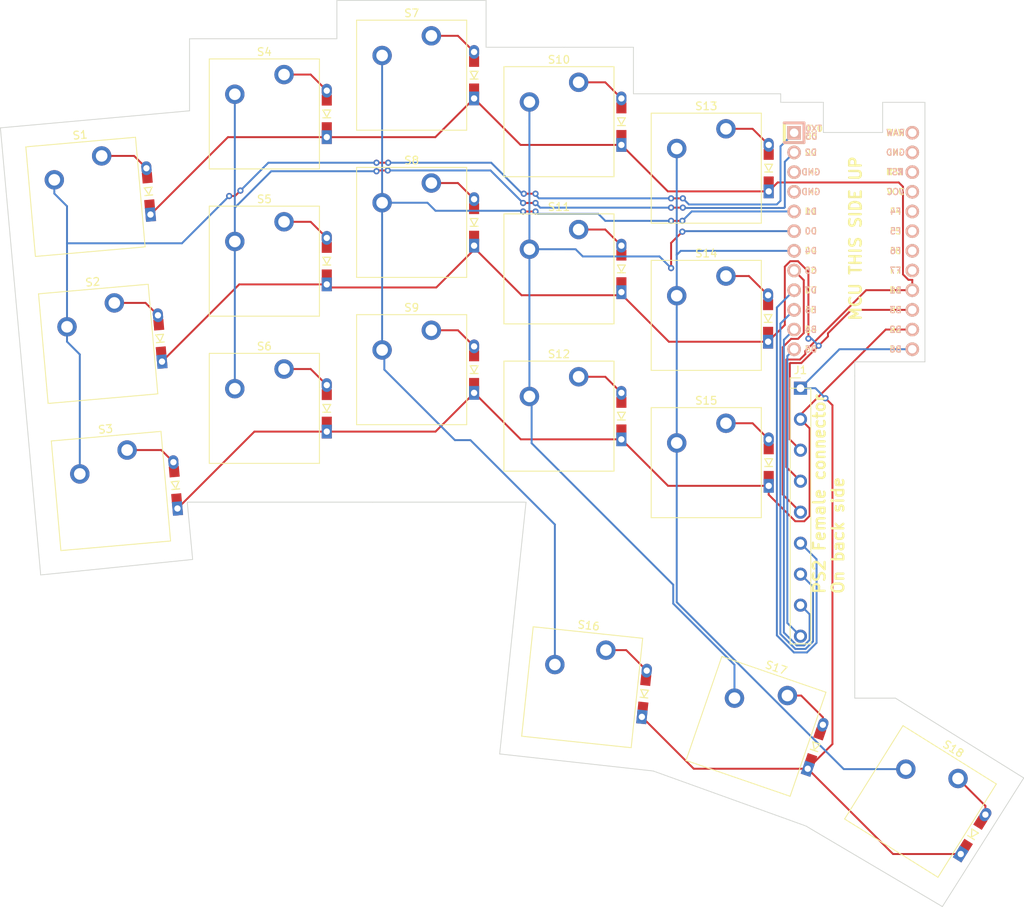
<source format=kicad_pcb>
(kicad_pcb (version 20221018) (generator pcbnew)
  (layers (0 "F.Cu" signal) (31 "B.Cu" signal) (34 "B.Paste" user) (35 "F.Paste" user) (36 "B.SilkS" user "B.Silkscreen") (37 "F.SilkS" user "F.Silkscreen") (38 "B.Mask" user) (39 "F.Mask" user) (44 "Edge.Cuts" user))
  (net 0 "")
  (net 1 "R4")
  (net 2 "Net-(D1-A)")
  (net 3 "Net-(D2-A)")
  (net 4 "Net-(D3-A)")
  (net 5 "Net-(D4-A)")
  (net 7 "Net-(D5-A)")
  (net 8 "R3")
  (net 9 "Net-(D6-A)")
  (net 10 "Net-(D7-A)")
  (net 11 "Net-(D8-A)")
  (net 12 "Net-(D9-A)")
  (net 13 "Net-(D10-A)")
  (net 14 "R2")
  (net 15 "Net-(D11-A)")
  (net 16 "Net-(D12-A)")
  (net 17 "Net-(D13-A)")
  (net 18 "Net-(D14-A)")
  (net 19 "Net-(D15-A)")
  (net 20 "R1")
  (net 21 "Net-(D16-A)")
  (net 22 "Net-(D17-A)")
  (net 23 "Net-(D18-A)")
  (net 24 "C6")
  (net 25 "C7")
  (net 26 "C8")
  (net 27 "C9")
  (net 28 "C10")
  (net 29 "C1")
  (net 30 "C2")
  (net 31 "C3")
  (net 32 "C4")
  (net 33 "C5")
  (footprint "kbd:D3_TH_SMD_v2" (layer "F.Cu") (at 88.9 95.603631 90)
    (fp_text reference "D14" hide)
    (fp_text value "D_Small" hide)
  )
  (footprint "kbd:D3_TH_SMD_v2" (layer "F.Cu") (at 88.9 57.603631 90)
    (fp_text reference "D4" hide)
    (fp_text value "D_Small" hide)
  )
  (footprint "Switch_Keyboard_Cherry_MX:SW_Cherry_MX_PCB_1.00u" (layer "F.Cu") (at 61.847381 70.603631)
    (fp_text reference "S8")
    (fp_text value "SW_Push")
  )
  (footprint "Switch_Keyboard_Cherry_MX:SW_Cherry_MX_PCB_1.00u" (layer "F.Cu") (at 80.847381 76.603631)
    (fp_text reference "S11")
    (fp_text value "SW_Push")
  )
  (footprint "kbd:D3_TH_SMD_v2" (layer "F.Cu") (at 29.382957 85.577738 95)
    (fp_text reference "D6" hide)
    (fp_text value "D_Small" hide)
  )
  (footprint "kbd:D3_TH_SMD_v2" (layer "F.Cu") (at 91.853649 131.434063 84)
    (fp_text reference "D16" hide)
    (fp_text value "D_Small" hide)
  )
  (footprint "Switch_Keyboard_Cherry_MX:SW_Cherry_MX_PCB_1.00u" (layer "F.Cu") (at 21.41117 86.275179 5)
    (fp_text reference "S2")
    (fp_text value "SW_Push")
  )
  (footprint "kbd:D3_TH_SMD_v2" (layer "F.Cu") (at 50.9 75.603631 90)
    (fp_text reference "D7" hide)
    (fp_text value "D_Small" hide)
  )
  (footprint "Switch_Keyboard_Cherry_MX:SW_Cherry_MX_PCB_1.00u" (layer "F.Cu") (at 42.847381 75.603631)
    (fp_text reference "S5")
    (fp_text value "SW_Push")
  )
  (footprint "kbd:D3_TH_SMD_v2" (layer "F.Cu") (at 69.9 89.603631 90)
    (fp_text reference "D13" hide)
    (fp_text value "D_Small" hide)
  )
  (footprint "kbd:D3_TH_SMD_v2" (layer "F.Cu") (at 27.9 66.6 95)
    (fp_text reference "D1" hide)
    (fp_text value "D_Small" hide)
  )
  (footprint "Switch_Keyboard_Cherry_MX:SW_Cherry_MX_PCB_1.00u" (layer "F.Cu") (at 42.847381 94.603631)
    (fp_text reference "S6")
    (fp_text value "SW_Push")
  )
  (footprint "kbd:D3_TH_SMD_v2" (layer "F.Cu") (at 113.910976 138.2753 71)
    (fp_text reference "D17" hide)
    (fp_text value "D_Small" hide)
  )
  (footprint "kbd:D3_TH_SMD_v2" (layer "F.Cu") (at 107.823227 82.999079 90)
    (fp_text reference "D10" hide)
    (fp_text value "D_Small" hide)
  )
  (footprint "kbd:D3_TH_SMD_v2" (layer "F.Cu") (at 107.9 63.6 90)
    (fp_text reference "D5" hide)
    (fp_text value "D_Small" hide)
  )
  (footprint "Switch_Keyboard_Cherry_MX:SW_Cherry_MX_PCB_1.00u" (layer "F.Cu") (at 19.773893 67.305414 5)
    (fp_text reference "S1")
    (fp_text value "SW_Push")
  )
  (footprint "Switch_Keyboard_Cherry_MX:SW_Cherry_MX_PCB_1.00u" (layer "F.Cu") (at 61.847381 51.603631)
    (fp_text reference "S7")
    (fp_text value "SW_Push")
  )
  (footprint "Switch_Keyboard_Cherry_MX:SW_Cherry_MX_PCB_1.00u" (layer "F.Cu") (at 83.842328 130.592039 -6)
    (fp_text reference "S16")
    (fp_text value "SW_Push")
  )
  (footprint "Switch_Keyboard_Cherry_MX:SW_Cherry_MX_PCB_1.00u" (layer "F.Cu") (at 80.847381 57.603631)
    (fp_text reference "S10")
    (fp_text value "SW_Push")
  )
  (footprint "Switch_Keyboard_Cherry_MX:SW_Cherry_MX_PCB_1.00u" (layer "F.Cu") (at 127.475976 145.33504 -32)
    (fp_text reference "S18")
    (fp_text value "SW_Push")
  )
  (footprint "Switch_Keyboard_Cherry_MX:SW_Cherry_MX_PCB_1.00u" (layer "F.Cu") (at 42.847381 56.603631)
    (fp_text reference "S4")
    (fp_text value "SW_Push")
  )
  (footprint "kbd:D3_TH_SMD_v2" (layer "F.Cu") (at 107.9 101.603631 90)
    (fp_text reference "D15" hide)
    (fp_text value "D_Small" hide)
  )
  (footprint "Switch_Keyboard_Cherry_MX:SW_Cherry_MX_PCB_1.00u" (layer "F.Cu") (at 106.260952 135.641185 -19)
    (fp_text reference "S17")
    (fp_text value "SW_Push")
  )
  (footprint "MX:1x9 4mm" (layer "F.Cu") (at 112 92)
    (fp_text reference "J1")
    (fp_text value "Conn_01x09")
  )
  (footprint "kbd:D3_TH_SMD_v2" (layer "F.Cu") (at 50.9 94.6 90)
    (fp_text reference "D12" hide)
    (fp_text value "D_Small" hide)
  )
  (footprint "kbd:D3_TH_SMD_v2" (layer "F.Cu") (at 69.9 70.603631 90)
    (fp_text reference "D8" hide)
    (fp_text value "D_Small" hide)
  )
  (footprint "Switch_Keyboard_Cherry_MX:SW_Cherry_MX_PCB_1.00u" (layer "F.Cu") (at 23.059801 105.263719 5)
    (fp_text reference "S3")
    (fp_text value "SW_Push")
  )
  (footprint "Switch_Keyboard_Cherry_MX:SW_Cherry_MX_PCB_1.00u" (layer "F.Cu") (at 99.847381 82.603631)
    (fp_text reference "S14")
    (fp_text value "SW_Push")
  )
  (footprint "kbd:D3_TH_SMD_v2" (layer "F.Cu") (at 50.9 56.6 90)
    (fp_text reference "D2" hide)
    (fp_text value "D_Small" hide)
  )
  (footprint "kbd:D3_TH_SMD_v2" (layer "F.Cu") (at 88.9 76.603631 90)
    (fp_text reference "D9" hide)
    (fp_text value "D_Small" hide)
  )
  (footprint "Switch_Keyboard_Cherry_MX:SW_Cherry_MX_PCB_1.00u" (layer "F.Cu") (at 99.847381 63.603631)
    (fp_text reference "S13")
    (fp_text value "SW_Push")
  )
  (footprint "kbd:D3_TH_SMD_v2" (layer "F.Cu") (at 134.260361 149.574394 58)
    (fp_text reference "D18" hide)
    (fp_text value "D_Small" hide)
  )
  (footprint "kbd:D3_TH_SMD_v2" (layer "F.Cu") (at 31.379293 104.535858 95)
    (fp_text reference "D11" hide)
    (fp_text value "D_Small" hide)
  )
  (footprint "kbd:D3_TH_SMD_v2" (layer "F.Cu") (at 69.9 51.603631 90)
    (fp_text reference "D3" hide)
    (fp_text value "D_Small" hide)
  )
  (footprint "Switch_Keyboard_Cherry_MX:SW_Cherry_MX_PCB_1.00u" (layer "F.Cu") (at 80.847381 95.603631)
    (fp_text reference "S12")
    (fp_text value "SW_Push")
  )
  (footprint "Switch_Keyboard_Cherry_MX:SW_Cherry_MX_PCB_1.00u" (layer "F.Cu") (at 61.847381 89.603631)
    (fp_text reference "S9")
    (fp_text value "SW_Push")
  )
  (footprint "Switch_Keyboard_Cherry_MX:SW_Cherry_MX_PCB_1.00u" (layer "F.Cu") (at 99.847381 101.603631)
    (fp_text reference "S15")
    (fp_text value "SW_Push")
  )
  (footprint "Keebio-Parts:ArduinoProMicro" (layer "F.Cu") (at 118.8 73 -90)
    (fp_text reference "U2" hide)
    (fp_text value "Elite-C" hide)
  )
  (gr_line (start 81.5 48) (end 90.45 48) (stroke (width 0.1)) (layer "Edge.Cuts"))
  (gr_line (start 119 132) (end 124.25 132) (stroke (width 0.1)) (layer "Edge.Cuts"))
  (gr_line (start 112.7 148.5) (end 93 141.4) (stroke (width 0.1)) (layer "Edge.Cuts"))
  (gr_line (start 14 116.1) (end 8.8 58.4) (stroke (width 0.1)) (layer "Edge.Cuts"))
  (gr_line (start 119 90.4) (end 119 132) (stroke (width 0.1)) (layer "Edge.Cuts"))
  (gr_line (start 124.25 132) (end 140.8 142.3) (stroke (width 0.1)) (layer "Edge.Cuts"))
  (gr_line (start 71.45 41.95) (end 71.45 48) (stroke (width 0.1)) (layer "Edge.Cuts"))
  (gr_line (start 32.9 106.7) (end 56.8 106.7) (stroke (width 0.1)) (layer "Edge.Cuts"))
  (gr_line (start 122.6 59) (end 122.6 55.1) (stroke (width 0.1)) (layer "Edge.Cuts"))
  (gr_line (start 114.95 59) (end 122.6 59) (stroke (width 0.1)) (layer "Edge.Cuts"))
  (gr_line (start 33.6 114.1) (end 32.9 106.7) (stroke (width 0.1)) (layer "Edge.Cuts"))
  (gr_line (start 109.45 54) (end 109.45 55.1) (stroke (width 0.1)) (layer "Edge.Cuts"))
  (gr_line (start 33.2 56.2) (end 33.2 46.9) (stroke (width 0.1)) (layer "Edge.Cuts"))
  (gr_line (start 90.45 48) (end 90.45 54) (stroke (width 0.1)) (layer "Edge.Cuts"))
  (gr_line (start 128.05 88.6) (end 119 88.6) (stroke (width 0.1)) (layer "Edge.Cuts"))
  (gr_line (start 56.8 106.7) (end 76.6 106.7) (stroke (width 0.1)) (layer "Edge.Cuts"))
  (gr_line (start 14 116.1) (end 33.6 114.1) (stroke (width 0.1)) (layer "Edge.Cuts"))
  (gr_line (start 109.45 55.1) (end 114.95 55.1) (stroke (width 0.1)) (layer "Edge.Cuts"))
  (gr_line (start 130.3 158.9) (end 140.8 142.3) (stroke (width 0.1)) (layer "Edge.Cuts"))
  (gr_line (start 52.2 41.95) (end 71.45 41.95) (stroke (width 0.1)) (layer "Edge.Cuts"))
  (gr_line (start 33.2 46.9) (end 52.2 46.9) (stroke (width 0.1)) (layer "Edge.Cuts"))
  (gr_line (start 93 141.4) (end 73.2 139.2) (stroke (width 0.1)) (layer "Edge.Cuts"))
  (gr_line (start 128.05 55.1) (end 128.05 88.6) (stroke (width 0.1)) (layer "Edge.Cuts"))
  (gr_line (start 130.3 158.9) (end 112.7 148.5) (stroke (width 0.1)) (layer "Edge.Cuts"))
  (gr_line (start 119 88.6) (end 119 90.4) (stroke (width 0.1)) (layer "Edge.Cuts"))
  (gr_line (start 8.8 58.4) (end 33.2 56.2) (stroke (width 0.1)) (layer "Edge.Cuts"))
  (gr_line (start 71.45 48) (end 81.5 48) (stroke (width 0.1)) (layer "Edge.Cuts"))
  (gr_line (start 73.2 139.2) (end 76.6 106.7) (stroke (width 0.1)) (layer "Edge.Cuts"))
  (gr_line (start 52.2 46.9) (end 52.2 41.95) (stroke (width 0.1)) (layer "Edge.Cuts"))
  (gr_line (start 122.6 55.1) (end 128.05 55.1) (stroke (width 0.1)) (layer "Edge.Cuts"))
  (gr_line (start 114.95 55.1) (end 114.95 59) (stroke (width 0.1)) (layer "Edge.Cuts"))
  (gr_line (start 90.45 54) (end 109.45 54) (stroke (width 0.1)) (layer "Edge.Cuts"))
  (gr_text "PS2 Female connector\nOn back side" (at 117.723227 118.699079 90) (layer "F.SilkS") (effects (font (size 1.5 1.5) (thickness 0.3) bold) (justify left bottom)))
  (gr_text "MCU THIS SIDE UP" (at 119.973227 83.449079 90) (layer "F.SilkS") (effects (font (size 1.5 1.5) (thickness 0.3) bold) (justify left bottom)))
  (segment (start 110.173227 88.299079) (end 111.923227 88.299079) (width 0.25) (layer "F.Cu") (net 1))
  (segment (start 112.623227 87.599079) (end 112.623227 87.199079) (width 0.25) (layer "F.Cu") (net 1))
  (segment (start 50.9 59.6) (end 64.903631 59.6) (width 0.25) (layer "F.Cu") (net 1))
  (segment (start 125.2187 77.307595) (end 125.922405 78.0113) (width 0.25) (layer "F.Cu") (net 1))
  (segment (start 112.623227 87.199079) (end 120.472306 79.35) (width 0.25) (layer "F.Cu") (net 1))
  (segment (start 64.903631 59.6) (end 69.9 54.603631) (width 0.25) (layer "F.Cu") (net 1))
  (segment (start 38.150051 59.6) (end 50.9 59.6) (width 0.25) (layer "F.Cu") (net 1))
  (segment (start 94.896369 66.6) (end 88.9 60.603631) (width 0.25) (layer "F.Cu") (net 1))
  (segment (start 125.922405 78.0113) (end 126.42 78.0113) (width 0.25) (layer "F.Cu") (net 1))
  (segment (start 109.0513 65.4487) (end 124.672848 65.4487) (width 0.25) (layer "F.Cu") (net 1))
  (segment (start 112 104) (end 110.173227 102.173227) (width 0.25) (layer "F.Cu") (net 1))
  (segment (start 107.9 66.6) (end 109.0513 65.4487) (width 0.25) (layer "F.Cu") (net 1))
  (segment (start 110.173227 102.173227) (end 110.173227 88.299079) (width 0.25) (layer "F.Cu") (net 1))
  (segment (start 28.161467 69.588584) (end 38.150051 59.6) (width 0.25) (layer "F.Cu") (net 1))
  (segment (start 88.9 60.603631) (end 75.9 60.603631) (width 0.25) (layer "F.Cu") (net 1))
  (segment (start 124.672848 65.4487) (end 125.2187 65.994552) (width 0.25) (layer "F.Cu") (net 1))
  (segment (start 111.923227 88.299079) (end 112.623227 87.599079) (width 0.25) (layer "F.Cu") (net 1))
  (segment (start 107.9 66.6) (end 94.896369 66.6) (width 0.25) (layer "F.Cu") (net 1))
  (segment (start 120.472306 79.35) (end 126.42 79.35) (width 0.25) (layer "F.Cu") (net 1))
  (segment (start 126.42 78.0113) (end 126.42 79.35) (width 0.25) (layer "F.Cu") (net 1))
  (segment (start 75.9 60.603631) (end 69.9 54.603631) (width 0.25) (layer "F.Cu") (net 1))
  (segment (start 125.2187 65.994552) (end 125.2187 77.307595) (width 0.25) (layer "F.Cu") (net 1))
  (segment (start 26.050486 62.023369) (end 27.638533 63.611416) (width 0.25) (layer "F.Cu") (net 2))
  (segment (start 21.861476 62.023369) (end 26.050486 62.023369) (width 0.25) (layer "F.Cu") (net 2))
  (segment (start 45.387381 51.523631) (end 48.823631 51.523631) (width 0.25) (layer "F.Cu") (net 3))
  (segment (start 48.823631 51.523631) (end 50.9 53.6) (width 0.25) (layer "F.Cu") (net 3))
  (segment (start 64.387381 46.523631) (end 67.82 46.523631) (width 0.25) (layer "F.Cu") (net 4))
  (segment (start 67.82 46.523631) (end 69.9 48.603631) (width 0.25) (layer "F.Cu") (net 4))
  (segment (start 86.82 52.523631) (end 88.9 54.603631) (width 0.25) (layer "F.Cu") (net 5))
  (segment (start 83.387381 52.523631) (end 86.82 52.523631) (width 0.25) (layer "F.Cu") (net 5))
  (segment (start 102.387381 58.523631) (end 105.823631 58.523631) (width 0.25) (layer "F.Cu") (net 7))
  (segment (start 105.823631 58.523631) (end 107.9 60.6) (width 0.25) (layer "F.Cu") (net 7))
  (segment (start 107.823227 85.999079) (end 95.019596 85.999079) (width 0.25) (layer "F.Cu") (net 8))
  (segment (start 113.023227 76.954332) (end 113.023227 85.599079) (width 0.25) (layer "F.Cu") (net 8))
  (segment (start 95.019596 85.999079) (end 89.023227 80.00271) (width 0.25) (layer "F.Cu") (net 8))
  (segment (start 110.673227 88.749079) (end 110.623227 88.799079) (width 0.25) (layer "F.Cu") (net 8))
  (segment (start 110.623227 88.799079) (end 110.623227 98.623227) (width 0.25) (layer "F.Cu") (net 8))
  (segment (start 110.623227 98.623227) (end 112 100) (width 0.25) (layer "F.Cu") (net 8))
  (segment (start 118.568702 81.89) (end 115.541425 84.917277) (width 0.25) (layer "F.Cu") (net 8))
  (segment (start 109.9787 76.312405) (end 110.682405 75.6087) (width 0.25) (layer "F.Cu") (net 8))
  (segment (start 112.109623 88.749079) (end 110.673227 88.749079) (width 0.25) (layer "F.Cu") (net 8))
  (segment (start 76.023227 80.00271) (end 70.023227 74.00271) (width 0.25) (layer "F.Cu") (net 8))
  (segment (start 109.9787 83.843606) (end 109.9787 76.312405) (width 0.25) (layer "F.Cu") (net 8))
  (segment (start 110.682405 75.6087) (end 111.677595 75.6087) (width 0.25) (layer "F.Cu") (net 8))
  (segment (start 115.541425 84.917277) (end 115.541425 85.317277) (width 0.25) (layer "F.Cu") (net 8))
  (segment (start 39.607115 78.603631) (end 29.644424 88.566322) (width 0.25) (layer "F.Cu") (net 8))
  (segment (start 111.677595 75.6087) (end 113.023227 76.954332) (width 0.25) (layer "F.Cu") (net 8))
  (segment (start 107.823227 85.999079) (end 109.9787 83.843606) (width 0.25) (layer "F.Cu") (net 8))
  (segment (start 89.023227 80.00271) (end 76.023227 80.00271) (width 0.25) (layer "F.Cu") (net 8))
  (segment (start 65.026858 78.999079) (end 51.023227 78.999079) (width 0.25) (layer "F.Cu") (net 8))
  (segment (start 126.42 81.89) (end 118.568702 81.89) (width 0.25) (layer "F.Cu") (net 8))
  (segment (start 114.341425 86.517277) (end 112.109623 88.749079) (width 0.25) (layer "F.Cu") (net 8))
  (segment (start 70.023227 74.00271) (end 65.026858 78.999079) (width 0.25) (layer "F.Cu") (net 8))
  (segment (start 50.9 78.603631) (end 39.607115 78.603631) (width 0.25) (layer "F.Cu") (net 8))
  (segment (start 115.541425 85.317277) (end 114.341425 86.517277) (width 0.25) (layer "F.Cu") (net 8))
  (via (at 114.341425 86.517277) (size 0.8) (drill 0.4) (layers "F.Cu" "B.Cu") (net 8))
  (via (at 113.023227 85.599079) (size 0.8) (drill 0.4) (layers "F.Cu" "B.Cu") (net 8))
  (segment (start 113.023227 85.599079) (end 113.423227 85.599079) (width 0.25) (layer "B.Cu") (net 8))
  (segment (start 113.423227 85.599079) (end 114.341425 86.517277) (width 0.25) (layer "B.Cu") (net 8))
  (segment (start 27.52547 80.993134) (end 29.12149 82.589154) (width 0.25) (layer "F.Cu") (net 9))
  (segment (start 23.498753 80.993134) (end 27.52547 80.993134) (width 0.25) (layer "F.Cu") (net 9))
  (segment (start 48.82 70.523631) (end 50.9 72.603631) (width 0.25) (layer "F.Cu") (net 10))
  (segment (start 45.387381 70.523631) (end 48.82 70.523631) (width 0.25) (layer "F.Cu") (net 10))
  (segment (start 67.82 65.523631) (end 69.9 67.603631) (width 0.25) (layer "F.Cu") (net 11))
  (segment (start 64.387381 65.523631) (end 67.82 65.523631) (width 0.25) (layer "F.Cu") (net 11))
  (segment (start 86.82 71.523631) (end 88.9 73.603631) (width 0.25) (layer "F.Cu") (net 12))
  (segment (start 83.387381 71.523631) (end 86.82 71.523631) (width 0.25) (layer "F.Cu") (net 12))
  (segment (start 105.347779 77.523631) (end 102.387381 77.523631) (width 0.25) (layer "F.Cu") (net 13))
  (segment (start 107.823227 79.999079) (end 105.347779 77.523631) (width 0.25) (layer "F.Cu") (net 13))
  (segment (start 122.993223 84.43) (end 126.42 84.43) (width 0.25) (layer "F.Cu") (net 14))
  (segment (start 112 95.423223) (end 122.993223 84.43) (width 0.25) (layer "F.Cu") (net 14))
  (segment (start 107.9 105.742631) (end 111.332369 109.175) (width 0.25) (layer "F.Cu") (net 14))
  (segment (start 107.9 104.603631) (end 107.9 105.742631) (width 0.25) (layer "F.Cu") (net 14))
  (segment (start 50.923227 97.599079) (end 64.926858 97.599079) (width 0.25) (layer "F.Cu") (net 14))
  (segment (start 64.926858 97.599079) (end 69.923227 92.60271) (width 0.25) (layer "F.Cu") (net 14))
  (segment (start 75.923227 98.60271) (end 69.923227 92.60271) (width 0.25) (layer "F.Cu") (net 14))
  (segment (start 88.923227 98.60271) (end 75.923227 98.60271) (width 0.25) (layer "F.Cu") (net 14))
  (segment (start 94.919596 104.599079) (end 88.923227 98.60271) (width 0.25) (layer "F.Cu") (net 14))
  (segment (start 111.332369 109.175) (end 112.486701 109.175) (width 0.25) (layer "F.Cu") (net 14))
  (segment (start 107.923227 104.599079) (end 94.919596 104.599079) (width 0.25) (layer "F.Cu") (net 14))
  (segment (start 113.175 97.175) (end 112 96) (width 0.25) (layer "F.Cu") (net 14))
  (segment (start 112.486701 109.175) (end 113.175 108.486701) (width 0.25) (layer "F.Cu") (net 14))
  (segment (start 113.175 108.486701) (end 113.175 97.175) (width 0.25) (layer "F.Cu") (net 14))
  (segment (start 31.64076 107.524442) (end 41.565202 97.6) (width 0.25) (layer "F.Cu") (net 14))
  (segment (start 41.565202 97.6) (end 50.9 97.6) (width 0.25) (layer "F.Cu") (net 14))
  (segment (start 112 96) (end 112 95.423223) (width 0.25) (layer "F.Cu") (net 14))
  (segment (start 29.552226 99.981674) (end 31.117826 101.547274) (width 0.25) (layer "F.Cu") (net 15))
  (segment (start 25.147384 99.981674) (end 29.552226 99.981674) (width 0.25) (layer "F.Cu") (net 15))
  (segment (start 48.823631 89.523631) (end 50.9 91.6) (width 0.25) (layer "F.Cu") (net 16))
  (segment (start 45.387381 89.523631) (end 48.823631 89.523631) (width 0.25) (layer "F.Cu") (net 16))
  (segment (start 64.387381 84.523631) (end 67.82 84.523631) (width 0.25) (layer "F.Cu") (net 17))
  (segment (start 67.82 84.523631) (end 69.9 86.603631) (width 0.25) (layer "F.Cu") (net 17))
  (segment (start 86.82 90.523631) (end 88.9 92.603631) (width 0.25) (layer "F.Cu") (net 18))
  (segment (start 83.387381 90.523631) (end 86.82 90.523631) (width 0.25) (layer "F.Cu") (net 18))
  (segment (start 102.387381 96.523631) (end 105.82 96.523631) (width 0.25) (layer "F.Cu") (net 19))
  (segment (start 105.82 96.523631) (end 107.9 98.603631) (width 0.25) (layer "F.Cu") (net 19))
  (segment (start 116.123227 137.922901) (end 116.123227 94.199079) (width 0.25) (layer "F.Cu") (net 20))
  (segment (start 123.940954 152.118538) (end 132.670603 152.118538) (width 0.25) (layer "F.Cu") (net 20))
  (segment (start 91.540064 134.417629) (end 98.234291 141.111856) (width 0.25) (layer "F.Cu") (net 20))
  (segment (start 112.934272 141.111856) (end 123.940954 152.118538) (width 0.25) (layer "F.Cu") (net 20))
  (segment (start 116.123227 94.199079) (end 115.223227 93.299079) (width 0.25) (layer "F.Cu") (net 20))
  (segment (start 98.234291 141.111856) (end 112.934272 141.111856) (width 0.25) (layer "F.Cu") (net 20))
  (segment (start 112.934272 141.111856) (end 116.123227 137.922901) (width 0.25) (layer "F.Cu") (net 20))
  (via (at 115.223227 93.299079) (size 0.8) (drill 0.4) (layers "F.Cu" "B.Cu") (net 20))
  (segment (start 117.03 86.97) (end 126.42 86.97) (width 0.25) (layer "B.Cu") (net 20))
  (segment (start 112 92) (end 117.03 86.97) (width 0.25) (layer "B.Cu") (net 20))
  (segment (start 113.924148 92) (end 112 92) (width 0.25) (layer "B.Cu") (net 20))
  (segment (start 115.223227 93.299079) (end 113.924148 92) (width 0.25) (layer "B.Cu") (net 20))
  (segment (start 86.899418 125.80537) (end 89.522107 125.80537) (width 0.25) (layer "F.Cu") (net 21))
  (segment (start 89.522107 125.80537) (end 92.167234 128.450497) (width 0.25) (layer "F.Cu") (net 21))
  (segment (start 112.089042 131.664894) (end 110.316455 131.664894) (width 0.25) (layer "F.Cu") (net 22))
  (segment (start 114.88768 135.438744) (end 114.88768 134.463532) (width 0.25) (layer "F.Cu") (net 22))
  (segment (start 114.88768 134.463532) (end 112.089042 131.664894) (width 0.25) (layer "F.Cu") (net 22))
  (segment (start 135.850119 145.901062) (end 135.850119 147.03025) (width 0.25) (layer "F.Cu") (net 23))
  (segment (start 132.322008 142.372951) (end 135.850119 145.901062) (width 0.25) (layer "F.Cu") (net 23))
  (segment (start 112.423227 78.053227) (end 111.18 76.81) (width 0.25) (layer "F.Cu") (net 24))
  (segment (start 112.423227 84.885668) (end 112.423227 78.053227) (width 0.25) (layer "F.Cu") (net 24))
  (segment (start 109.723227 105.723227) (end 109.723227 86.699079) (width 0.25) (layer "F.Cu") (net 24))
  (segment (start 111.677595 85.6313) (end 112.423227 84.885668) (width 0.25) (layer "F.Cu") (net 24))
  (segment (start 110.791006 85.6313) (end 111.677595 85.6313) (width 0.25) (layer "F.Cu") (net 24))
  (segment (start 112 108) (end 109.723227 105.723227) (width 0.25) (layer "F.Cu") (net 24))
  (segment (start 109.723227 86.699079) (end 110.791006 85.6313) (width 0.25) (layer "F.Cu") (net 24))
  (segment (start 108.9537 123.902344) (end 108.9537 81.5763) (width 0.25) (layer "B.Cu") (net 25))
  (segment (start 114.075 114.075) (end 114.075 124.859493) (width 0.25) (layer "B.Cu") (net 25))
  (segment (start 111.150435 126.099079) (end 108.9537 123.902344) (width 0.25) (layer "B.Cu") (net 25))
  (segment (start 114.075 124.859493) (end 112.835414 126.099079) (width 0.25) (layer "B.Cu") (net 25))
  (segment (start 112 112) (end 114.075 114.075) (width 0.25) (layer "B.Cu") (net 25))
  (segment (start 112.835414 126.099079) (end 111.150435 126.099079) (width 0.25) (layer "B.Cu") (net 25))
  (segment (start 108.9537 81.5763) (end 111.18 79.35) (width 0.25) (layer "B.Cu") (net 25))
  (segment (start 109.4037 123.715948) (end 109.4037 83.6663) (width 0.25) (layer "B.Cu") (net 26))
  (segment (start 113.625 117.625) (end 113.625 124.673097) (width 0.25) (layer "B.Cu") (net 26))
  (segment (start 109.4037 83.6663) (end 111.18 81.89) (width 0.25) (layer "B.Cu") (net 26))
  (segment (start 112.649018 125.649079) (end 111.336831 125.649079) (width 0.25) (layer "B.Cu") (net 26))
  (segment (start 113.625 124.673097) (end 112.649018 125.649079) (width 0.25) (layer "B.Cu") (net 26))
  (segment (start 112 116) (end 113.625 117.625) (width 0.25) (layer "B.Cu") (net 26))
  (segment (start 111.336831 125.649079) (end 109.4037 123.715948) (width 0.25) (layer "B.Cu") (net 26))
  (segment (start 113.175 121.175) (end 113.175 124.486701) (width 0.25) (layer "B.Cu") (net 27))
  (segment (start 112.462622 125.199079) (end 111.523227 125.199079) (width 0.25) (layer "B.Cu") (net 27))
  (segment (start 111.523227 125.199079) (end 109.8537 123.529552) (width 0.25) (layer "B.Cu") (net 27))
  (segment (start 113.175 124.486701) (end 112.462622 125.199079) (width 0.25) (layer "B.Cu") (net 27))
  (segment (start 109.8537 123.529552) (end 109.8537 85.7563) (width 0.25) (layer "B.Cu") (net 27))
  (segment (start 112 120) (end 113.175 121.175) (width 0.25) (layer "B.Cu") (net 27))
  (segment (start 109.8537 85.7563) (end 111.18 84.43) (width 0.25) (layer "B.Cu") (net 27))
  (segment (start 110.3037 122.3037) (end 110.3037 87.8463) (width 0.25) (layer "B.Cu") (net 28))
  (segment (start 112 124) (end 110.3037 122.3037) (width 0.25) (layer "B.Cu") (net 28))
  (segment (start 110.3037 87.8463) (end 111.18 86.97) (width 0.25) (layer "B.Cu") (net 28))
  (segment (start 77.823227 66.899079) (end 76.312881 66.899079) (width 0.25) (layer "F.Cu") (net 29))
  (segment (start 57.312881 62.899079) (end 58.823227 62.899079) (width 0.25) (layer "F.Cu") (net 29))
  (segment (start 39.061881 67.199079) (end 39.761881 66.499079) (width 0.25) (layer "F.Cu") (net 29))
  (segment (start 38.312881 67.199079) (end 39.061881 67.199079) (width 0.25) (layer "F.Cu") (net 29))
  (segment (start 96.823227 67.499079) (end 95.312881 67.499079) (width 0.25) (layer "F.Cu") (net 29))
  (via (at 76.312881 66.899079) (size 0.8) (drill 0.4) (layers "F.Cu" "B.Cu") (net 29))
  (via (at 77.823227 66.899079) (size 0.8) (drill 0.4) (layers "F.Cu" "B.Cu") (net 29))
  (via (at 96.823227 67.499079) (size 0.8) (drill 0.4) (layers "F.Cu" "B.Cu") (net 29))
  (via (at 57.312881 62.899079) (size 0.8) (drill 0.4) (layers "F.Cu" "B.Cu") (net 29))
  (via (at 58.823227 62.899079) (size 0.8) (drill 0.4) (layers "F.Cu" "B.Cu") (net 29))
  (via (at 38.312881 67.199079) (size 0.8) (drill 0.4) (layers "F.Cu" "B.Cu") (net 29))
  (via (at 95.312881 67.499079) (size 0.8) (drill 0.4) (layers "F.Cu" "B.Cu") (net 29))
  (via (at 39.761881 66.499079) (size 0.8) (drill 0.4) (layers "F.Cu" "B.Cu") (net 29))
  (segment (start 43.361881 62.899079) (end 57.312881 62.899079) (width 0.25) (layer "B.Cu") (net 29))
  (segment (start 17.394293 73.299079) (end 17.394293 84.076908) (width 0.25) (layer "B.Cu") (net 29))
  (segment (start 72.108306 62.899079) (end 58.823227 62.899079) (width 0.25) (layer "B.Cu") (net 29))
  (segment (start 95.312881 67.499079) (end 78.273227 67.499079) (width 0.25) (layer "B.Cu") (net 29))
  (segment (start 97.614148 68.29) (end 108.932306 68.29) (width 0.25) (layer "B.Cu") (net 29))
  (segment (start 76.312881 66.899079) (end 76.108306 66.899079) (width 0.25) (layer "B.Cu") (net 29))
  (segment (start 109.423227 60.786773) (end 111.18 59.03) (width 0.25) (layer "B.Cu") (net 29))
  (segment (start 96.823227 67.499079) (end 97.614148 68.29) (width 0.25) (layer "B.Cu") (net 29))
  (segment (start 77.823227 67.049079) (end 77.823227 66.899079) (width 0.25) (layer "B.Cu") (net 29))
  (segment (start 17.394293 73.299079) (end 32.212881 73.299079) (width 0.25) (layer "B.Cu") (net 29))
  (segment (start 76.108306 66.899079) (end 72.108306 62.899079) (width 0.25) (layer "B.Cu") (net 29))
  (segment (start 108.932306 68.29) (end 109.423227 67.799079) (width 0.25) (layer "B.Cu") (net 29))
  (segment (start 78.273227 67.499079) (end 77.823227 67.049079) (width 0.25) (layer "B.Cu") (net 29))
  (segment (start 15.757016 66.874909) (end 17.394293 68.512186) (width 0.25) (layer "B.Cu") (net 29))
  (segment (start 17.394293 68.512186) (end 17.394293 73.299079) (width 0.25) (layer "B.Cu") (net 29))
  (segment (start 15.757016 65.107143) (end 15.757016 66.874909) (width 0.25) (layer "B.Cu") (net 29))
  (segment (start 32.212881 73.299079) (end 38.312881 67.199079) (width 0.25) (layer "B.Cu") (net 29))
  (segment (start 39.761881 66.499079) (end 43.361881 62.899079) (width 0.25) (layer "B.Cu") (net 29))
  (segment (start 19.042924 87.642586) (end 19.042924 103.065448) (width 0.25) (layer "B.Cu") (net 29))
  (segment (start 109.423227 67.799079) (end 109.423227 60.786773) (width 0.25) (layer "B.Cu") (net 29))
  (segment (start 17.394293 84.076908) (end 17.394293 85.993955) (width 0.25) (layer "B.Cu") (net 29))
  (segment (start 17.394293 85.993955) (end 19.042924 87.642586) (width 0.25) (layer "B.Cu") (net 29))
  (segment (start 77.823227 68.099079) (end 76.223227 68.099079) (width 0.25) (layer "F.Cu") (net 30))
  (segment (start 58.761881 63.899079) (end 57.412881 63.899079) (width 0.25) (layer "F.Cu") (net 30))
  (segment (start 57.412881 63.899079) (end 57.312881 63.999079) (width 0.25) (layer "F.Cu") (net 30))
  (segment (start 96.823227 68.699079) (end 95.312881 68.699079) (width 0.25) (layer "F.Cu") (net 30))
  (via (at 77.823227 68.099079) (size 0.8) (drill 0.4) (layers "F.Cu" "B.Cu") (net 30))
  (via (at 95.312881 68.699079) (size 0.8) (drill 0.4) (layers "F.Cu" "B.Cu") (net 30))
  (via (at 57.312881 63.999079) (size 0.8) (drill 0.4) (layers "F.Cu" "B.Cu") (net 30))
  (via (at 76.223227 68.099079) (size 0.8) (drill 0.4) (layers "F.Cu" "B.Cu") (net 30))
  (via (at 96.823227 68.699079) (size 0.8) (drill 0.4) (layers "F.Cu" "B.Cu") (net 30))
  (via (at 58.761881 63.899079) (size 0.8) (drill 0.4) (layers "F.Cu" "B.Cu") (net 30))
  (segment (start 96.864148 68.74) (end 96.823227 68.699079) (width 0.25) (layer "B.Cu") (net 30))
  (segment (start 43.737381 63.999079) (end 39.037381 68.699079) (width 0.25) (layer "B.Cu") (net 30))
  (segment (start 95.312881 68.699079) (end 78.423227 68.699079) (width 0.25) (layer "B.Cu") (net 30))
  (segment (start 72.023227 63.899079) (end 58.761881 63.899079) (width 0.25) (layer "B.Cu") (net 30))
  (segment (start 111.18 61.57) (end 109.9787 62.7713) (width 0.25) (layer "B.Cu") (net 30))
  (segment (start 39.037381 92.063631) (end 39.037381 73.063631) (width 0.25) (layer "B.Cu") (net 30))
  (segment (start 78.423227 68.699079) (end 77.823227 68.099079) (width 0.25) (layer "B.Cu") (net 30))
  (segment (start 76.223227 68.099079) (end 72.023227 63.899079) (width 0.25) (layer "B.Cu") (net 30))
  (segment (start 109.9787 68.643606) (end 109.882306 68.74) (width 0.25) (layer "B.Cu") (net 30))
  (segment (start 109.9787 62.7713) (end 109.9787 68.643606) (width 0.25) (layer "B.Cu") (net 30))
  (segment (start 39.037381 54.063631) (end 39.037381 68.699079) (width 0.25) (layer "B.Cu") (net 30))
  (segment (start 109.882306 68.74) (end 109.223227 68.74) (width 0.25) (layer "B.Cu") (net 30))
  (segment (start 57.312881 63.999079) (end 43.737381 63.999079) (width 0.25) (layer "B.Cu") (net 30))
  (segment (start 39.037381 68.699079) (end 39.037381 73.063631) (width 0.25) (layer "B.Cu") (net 30))
  (segment (start 109.223227 68.74) (end 96.864148 68.74) (width 0.25) (layer "B.Cu") (net 30))
  (segment (start 96.761881 70.399079) (end 95.312881 70.399079) (width 0.25) (layer "F.Cu") (net 31))
  (segment (start 77.823227 69.199079) (end 76.223227 69.199079) (width 0.25) (layer "F.Cu") (net 31))
  (via (at 95.312881 70.399079) (size 0.8) (drill 0.4) (layers "F.Cu" "B.Cu") (net 31))
  (via (at 76.223227 69.199079) (size 0.8) (drill 0.4) (layers "F.Cu" "B.Cu") (net 31))
  (via (at 96.761881 70.399079) (size 0.8) (drill 0.4) (layers "F.Cu" "B.Cu") (net 31))
  (via (at 77.823227 69.199079) (size 0.8) (drill 0.4) (layers "F.Cu" "B.Cu") (net 31))
  (segment (start 58.037381 49.063631) (end 58.037381 87.063631) (width 0.25) (layer "B.Cu") (net 31))
  (segment (start 58.323227 87.349477) (end 58.323227 89.599079) (width 0.25) (layer "B.Cu") (net 31))
  (segment (start 63.887779 68.063631) (end 58.037381 68.063631) (width 0.25) (layer "B.Cu") (net 31))
  (segment (start 76.223227 69.199079) (end 76.123227 69.099079) (width 0.25) (layer "B.Cu") (net 31))
  (segment (start 69.423227 98.699079) (end 80.318702 109.594554) (width 0.25) (layer "B.Cu") (net 31))
  (segment (start 58.323227 89.599079) (end 67.423227 98.699079) (width 0.25) (layer "B.Cu") (net 31))
  (segment (start 86.823227 70.399079) (end 95.312881 70.399079) (width 0.25) (layer "B.Cu") (net 31))
  (segment (start 58.037381 87.063631) (end 58.323227 87.349477) (width 0.25) (layer "B.Cu") (net 31))
  (segment (start 77.823227 69.199079) (end 78.123227 69.499079) (width 0.25) (layer "B.Cu") (net 31))
  (segment (start 97.97096 69.19) (end 96.761881 70.399079) (width 0.25) (layer "B.Cu") (net 31))
  (segment (start 64.923227 69.099079) (end 63.887779 68.063631) (width 0.25) (layer "B.Cu") (net 31))
  (segment (start 67.423227 98.699079) (end 69.423227 98.699079) (width 0.25) (layer "B.Cu") (net 31))
  (segment (start 85.923227 69.499079) (end 86.823227 70.399079) (width 0.25) (layer "B.Cu") (net 31))
  (segment (start 111.18 69.19) (end 97.97096 69.19) (width 0.25) (layer "B.Cu") (net 31))
  (segment (start 80.318702 109.594554) (end 80.318702 127.6677) (width 0.25) (layer "B.Cu") (net 31))
  (segment (start 78.123227 69.499079) (end 85.923227 69.499079) (width 0.25) (layer "B.Cu") (net 31))
  (segment (start 76.123227 69.099079) (end 64.923227 69.099079) (width 0.25) (layer "B.Cu") (net 31))
  (segment (start 96.761881 71.799079) (end 95.312881 73.248079) (width 0.25) (layer "F.Cu") (net 32))
  (segment (start 95.312881 73.248079) (end 95.312881 76.499079) (width 0.25) (layer "F.Cu") (net 32))
  (via (at 96.761881 71.799079) (size 0.8) (drill 0.4) (layers "F.Cu" "B.Cu") (net 32))
  (via (at 95.312881 76.499079) (size 0.8) (drill 0.4) (layers "F.Cu" "B.Cu") (net 32))
  (segment (start 77.037381 93.063631) (end 77.323227 93.349477) (width 0.25) (layer "B.Cu") (net 32))
  (segment (start 77.323227 93.349477) (end 77.323227 99.099079) (width 0.25) (layer "B.Cu") (net 32))
  (segment (start 83.923227 74.999079) (end 82.987779 74.063631) (width 0.25) (layer "B.Cu") (net 32))
  (segment (start 95.587381 117.363233) (end 95.587381 119.799629) (width 0.25) (layer "B.Cu") (net 32))
  (segment (start 82.987779 74.063631) (end 77.037381 74.063631) (width 0.25) (layer "B.Cu") (net 32))
  (segment (start 103.485469 127.697717) (end 103.485469 131.999153) (width 0.25) (layer "B.Cu") (net 32))
  (segment (start 77.037381 55.063631) (end 77.037381 93.063631) (width 0.25) (layer "B.Cu") (net 32))
  (segment (start 93.812881 74.999079) (end 83.923227 74.999079) (width 0.25) (layer "B.Cu") (net 32))
  (segment (start 77.323227 99.099079) (end 95.587381 117.363233) (width 0.25) (layer "B.Cu") (net 32))
  (segment (start 95.587381 119.799629) (end 103.485469 127.697717) (width 0.25) (layer "B.Cu") (net 32))
  (segment (start 111.18 71.73) (end 96.83096 71.73) (width 0.25) (layer "B.Cu") (net 32))
  (segment (start 95.312881 76.499079) (end 93.812881 74.999079) (width 0.25) (layer "B.Cu") (net 32))
  (segment (start 96.83096 71.73) (end 96.761881 71.799079) (width 0.25) (layer "B.Cu") (net 32))
  (segment (start 96.56646 74.27) (end 111.18 74.27) (width 0.25) (layer "B.Cu") (net 33))
  (segment (start 96.037381 61.063631) (end 96.037381 74.799079) (width 0.25) (layer "B.Cu") (net 33))
  (segment (start 96.037381 74.799079) (end 96.56646 74.27) (width 0.25) (layer "B.Cu") (net 33))
  (segment (start 96.037381 74.799079) (end 96.037381 99.063631) (width 0.25) (layer "B.Cu") (net 33))
  (segment (start 125.590908 141.162005) (end 117.586153 141.162005) (width 0.25) (layer "B.Cu") (net 33))
  (segment (start 117.586153 141.162005) (end 96.037381 119.613233) (width 0.25) (layer "B.Cu") (net 33))
  (segment (start 96.037381 119.613233) (end 96.037381 99.063631) (width 0.25) (layer "B.Cu") (net 33))
)
</source>
